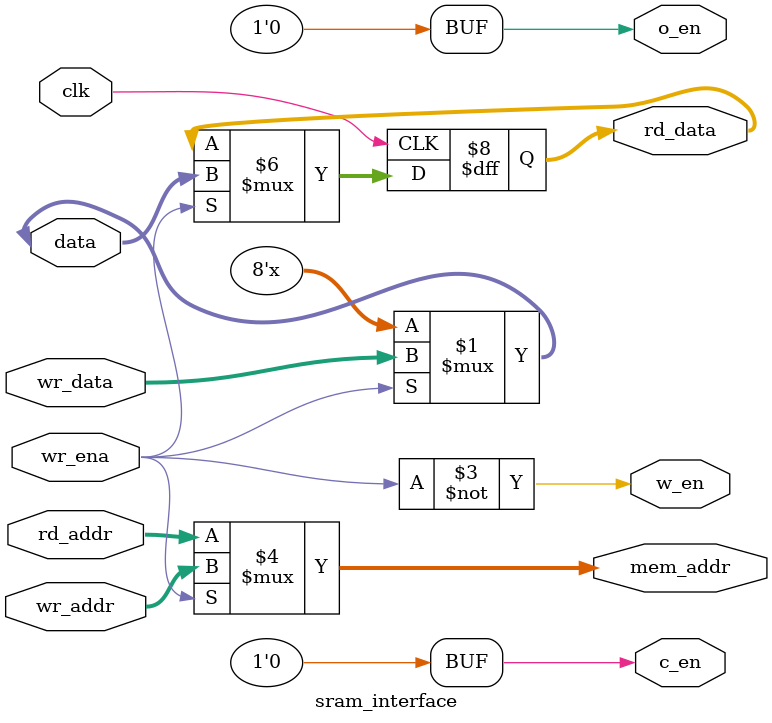
<source format=sv>
/*
This is an ***untested*** (read: probably does not work!) module for interfacing with the ISSI IS61WV5128BLL-10BLI SRAM chip on
the Digilent Cmod A7 boards used in class. The datasheet for the SRAM is here: https://www.issi.com/WW/pdf/61-64WV5128Axx-Bxx.pdf

If this project were to be continued, the SRAM would store the circular buffer used for delay. With 524288 words of 8 bits, 262144
16-bit audio samples can be stored, which amounts to a maximum delay of ~5.9 seconds.
*/

`timescale 1ns/1ps
`default_nettype none

module sram_interface(clk, rd_addr, rd_data, wr_ena, wr_addr, wr_data, mem_addr, data, w_en, o_en, c_en);

input wire clk;
input wire [18:0] rd_addr;
output logic [7:0] rd_data;

input wire [18:0] wr_addr;
input wire [7:0] wr_data;
input wire wr_ena;

output logic [18:0] mem_addr;
inout logic [7:0] data;
output logic o_en, w_en, c_en;    // active low

// if we aren't writing to the SRAM, let the data lines
// float so the sram can drive them 
assign data = wr_ena ? wr_data : 8'bz;
always_comb begin
    w_en = ~wr_ena;
    mem_addr = wr_ena ? wr_addr : rd_addr;
    o_en = 0;
    c_en = 0;
end

always_ff @(posedge clk) begin
    if(wr_ena) begin
        rd_data <= data;
    end
end

endmodule
</source>
